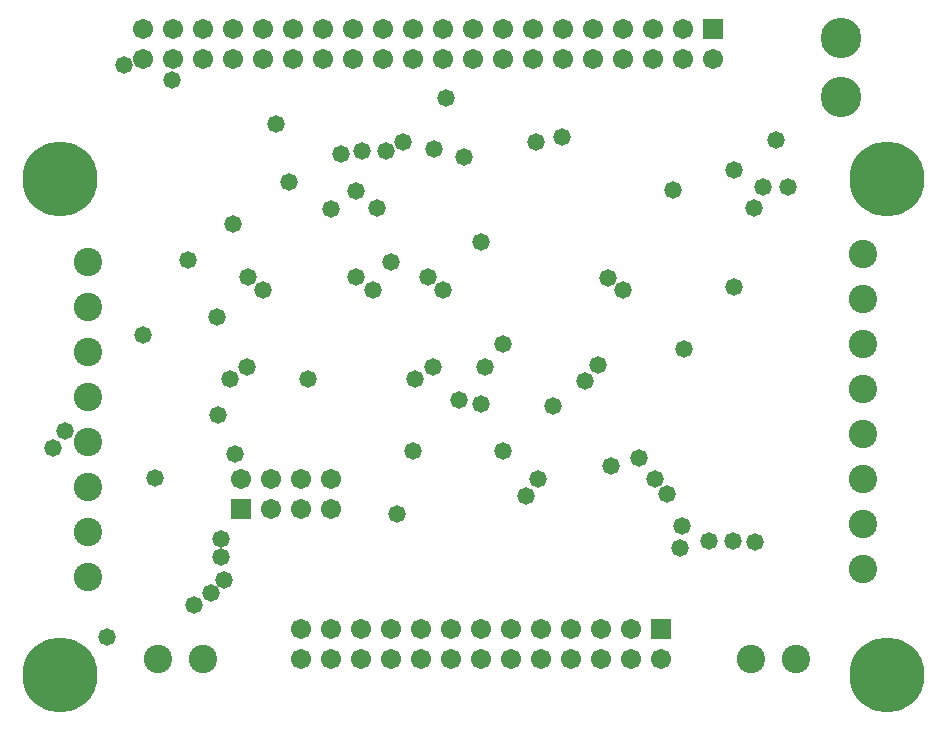
<source format=gbs>
%FSLAX24Y24*%
%MOIN*%
G70*
G01*
G75*
G04 Layer_Color=16711935*
%ADD10R,0.0492X0.0669*%
%ADD11O,0.0787X0.0138*%
%ADD12R,0.0551X0.0472*%
%ADD13R,0.0591X0.0512*%
%ADD14O,0.0236X0.0906*%
%ADD15R,0.0394X0.0551*%
%ADD16R,0.0472X0.0551*%
%ADD17R,0.0551X0.0394*%
%ADD18R,0.0236X0.0591*%
%ADD19R,0.0709X0.0512*%
%ADD20R,0.0598X0.0701*%
%ADD21C,0.0100*%
%ADD22C,0.0120*%
%ADD23C,0.0080*%
%ADD24C,0.1000*%
%ADD25C,0.0500*%
%ADD26C,0.2500*%
%ADD27C,0.0866*%
%ADD28C,0.0591*%
%ADD29R,0.0591X0.0591*%
%ADD30C,0.1270*%
%ADD31C,0.0500*%
%ADD32C,0.0250*%
%ADD33C,0.0098*%
%ADD34C,0.0236*%
%ADD35C,0.0200*%
%ADD36C,0.0079*%
%ADD37C,0.0197*%
%ADD38C,0.0150*%
%ADD39R,0.0750X0.0750*%
%ADD40R,0.0572X0.0749*%
%ADD41O,0.0867X0.0218*%
%ADD42R,0.0631X0.0552*%
%ADD43R,0.0671X0.0592*%
%ADD44O,0.0316X0.0986*%
%ADD45R,0.0474X0.0631*%
%ADD46R,0.0552X0.0631*%
%ADD47R,0.0631X0.0474*%
%ADD48R,0.0316X0.0671*%
%ADD49R,0.0789X0.0592*%
%ADD50R,0.0678X0.0781*%
%ADD51C,0.0946*%
%ADD52C,0.0671*%
%ADD53R,0.0671X0.0671*%
%ADD54C,0.1350*%
%ADD55C,0.0580*%
D26*
X30709Y1969D02*
D03*
X3150D02*
D03*
Y18504D02*
D03*
X30709D02*
D03*
D51*
X4081Y15750D02*
D03*
Y14250D02*
D03*
Y5250D02*
D03*
Y6750D02*
D03*
Y8250D02*
D03*
Y9750D02*
D03*
Y11250D02*
D03*
Y12750D02*
D03*
X7931Y2500D02*
D03*
X6431D02*
D03*
X27681D02*
D03*
X26181D02*
D03*
X29931Y8500D02*
D03*
Y10000D02*
D03*
Y11500D02*
D03*
Y13000D02*
D03*
Y14500D02*
D03*
Y16000D02*
D03*
Y7000D02*
D03*
Y5500D02*
D03*
D52*
X6931Y22500D02*
D03*
X5931D02*
D03*
X8931D02*
D03*
X7931D02*
D03*
X13931D02*
D03*
X12931D02*
D03*
X9931D02*
D03*
X11931D02*
D03*
X10931D02*
D03*
X6931Y23500D02*
D03*
X5931D02*
D03*
X7931D02*
D03*
X9931D02*
D03*
X8931D02*
D03*
X10931D02*
D03*
X12931D02*
D03*
X11931D02*
D03*
X14931D02*
D03*
X13931D02*
D03*
X18931Y22500D02*
D03*
X20931D02*
D03*
X19931D02*
D03*
X14931D02*
D03*
X17931D02*
D03*
X16931D02*
D03*
X21931D02*
D03*
X22931D02*
D03*
X23931D02*
D03*
X24931D02*
D03*
X15931D02*
D03*
X16931Y23500D02*
D03*
X15931D02*
D03*
X17931D02*
D03*
X19931D02*
D03*
X18931D02*
D03*
X23931D02*
D03*
X20931D02*
D03*
X22931D02*
D03*
X21931D02*
D03*
X11181Y2500D02*
D03*
X12181D02*
D03*
X15181D02*
D03*
X13181D02*
D03*
X14181D02*
D03*
X11181Y3500D02*
D03*
X12181D02*
D03*
X13181D02*
D03*
X15181D02*
D03*
X16181Y2500D02*
D03*
Y3500D02*
D03*
X14181D02*
D03*
X20181Y2500D02*
D03*
X21181D02*
D03*
X18181D02*
D03*
X19181D02*
D03*
X23181D02*
D03*
X22181D02*
D03*
X17181Y3500D02*
D03*
Y2500D02*
D03*
X18181Y3500D02*
D03*
X19181D02*
D03*
X20181D02*
D03*
X22181D02*
D03*
X21181D02*
D03*
X9181Y8500D02*
D03*
X10181D02*
D03*
X11181Y7500D02*
D03*
X10181D02*
D03*
X12181D02*
D03*
Y8500D02*
D03*
X11181D02*
D03*
D53*
X24931Y23500D02*
D03*
X23181Y3500D02*
D03*
X9181Y7500D02*
D03*
D54*
X29181Y21250D02*
D03*
Y23218D02*
D03*
D55*
X9931Y14800D02*
D03*
X15931D02*
D03*
X15431Y15250D02*
D03*
X9431D02*
D03*
X21431Y15200D02*
D03*
X12181Y17500D02*
D03*
X10781Y18400D02*
D03*
X13031Y15250D02*
D03*
X13581Y14800D02*
D03*
X7631Y4300D02*
D03*
X8181Y4700D02*
D03*
X8631Y5150D02*
D03*
X8531Y5900D02*
D03*
X14581Y19750D02*
D03*
X8381Y13900D02*
D03*
X23581Y18150D02*
D03*
X14031Y19450D02*
D03*
X19081Y8500D02*
D03*
X23381Y8000D02*
D03*
X22981Y8500D02*
D03*
X18681Y7950D02*
D03*
X17181Y11000D02*
D03*
X19581Y10950D02*
D03*
X8531Y6500D02*
D03*
X14381Y7350D02*
D03*
X14181Y15750D02*
D03*
X7431Y15800D02*
D03*
X5281Y22300D02*
D03*
X14931Y9450D02*
D03*
X17931D02*
D03*
X21531Y8950D02*
D03*
X8981Y9350D02*
D03*
X6331Y8550D02*
D03*
X26331Y6400D02*
D03*
X19881Y19900D02*
D03*
X24781Y6450D02*
D03*
X26581Y18250D02*
D03*
X16631Y19250D02*
D03*
X23831Y6200D02*
D03*
X26281Y17550D02*
D03*
X13231Y19450D02*
D03*
X13031Y18100D02*
D03*
X12531Y19350D02*
D03*
X13731Y17550D02*
D03*
X8931Y17000D02*
D03*
X23881Y6950D02*
D03*
X25631Y14900D02*
D03*
X21931Y14800D02*
D03*
X17181Y16400D02*
D03*
X8431Y10650D02*
D03*
X9381Y12250D02*
D03*
X21081Y12300D02*
D03*
X15581Y12250D02*
D03*
X17331D02*
D03*
X27431Y18250D02*
D03*
X27031Y19800D02*
D03*
X25631Y18800D02*
D03*
X20646Y11765D02*
D03*
X14981Y11850D02*
D03*
X11431D02*
D03*
X8831D02*
D03*
X6881Y21800D02*
D03*
X5931Y13300D02*
D03*
X19031Y19750D02*
D03*
X25581Y6450D02*
D03*
X22450Y9200D02*
D03*
X16450Y11150D02*
D03*
X17912Y13000D02*
D03*
X2900Y9550D02*
D03*
X23950Y12850D02*
D03*
X3300Y10100D02*
D03*
X4700Y3250D02*
D03*
X16000Y21200D02*
D03*
X15600Y19500D02*
D03*
X10350Y20350D02*
D03*
M02*

</source>
